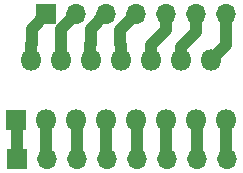
<source format=gbr>
%TF.GenerationSoftware,KiCad,Pcbnew,7.0.9-7.0.9~ubuntu22.04.1*%
%TF.CreationDate,2023-12-09T13:57:31-05:00*%
%TF.ProjectId,tda7377_proto,74646137-3337-4375-9f70-726f746f2e6b,rev?*%
%TF.SameCoordinates,Original*%
%TF.FileFunction,Copper,L1,Top*%
%TF.FilePolarity,Positive*%
%FSLAX46Y46*%
G04 Gerber Fmt 4.6, Leading zero omitted, Abs format (unit mm)*
G04 Created by KiCad (PCBNEW 7.0.9-7.0.9~ubuntu22.04.1) date 2023-12-09 13:57:31*
%MOMM*%
%LPD*%
G01*
G04 APERTURE LIST*
%TA.AperFunction,ComponentPad*%
%ADD10R,1.800000X1.800000*%
%TD*%
%TA.AperFunction,ComponentPad*%
%ADD11O,1.800000X1.800000*%
%TD*%
%TA.AperFunction,ComponentPad*%
%ADD12R,1.700000X1.700000*%
%TD*%
%TA.AperFunction,ComponentPad*%
%ADD13O,1.700000X1.700000*%
%TD*%
%TA.AperFunction,Conductor*%
%ADD14C,1.000000*%
%TD*%
G04 APERTURE END LIST*
D10*
%TO.P,U1,1,OUT_1*%
%TO.N,Net-(J2-Pin_1)*%
X141970000Y-94250000D03*
D11*
%TO.P,U1,2,OUT_2*%
%TO.N,Net-(J1-Pin_1)*%
X143240000Y-89170000D03*
%TO.P,U1,3,VCC*%
%TO.N,Net-(J2-Pin_2)*%
X144510000Y-94250000D03*
%TO.P,U1,4,INPUT_1*%
%TO.N,Net-(J1-Pin_2)*%
X145780000Y-89170000D03*
%TO.P,U1,5,INPUT_2*%
%TO.N,Net-(J2-Pin_3)*%
X147050000Y-94250000D03*
%TO.P,U1,6,SVR*%
%TO.N,Net-(J1-Pin_3)*%
X148320000Y-89170000D03*
%TO.P,U1,7,STAND-BY*%
%TO.N,Net-(J2-Pin_4)*%
X149590000Y-94250000D03*
%TO.P,U1,8,GND*%
%TO.N,Net-(J1-Pin_4)*%
X150860000Y-89170000D03*
%TO.P,U1,9,S-GND*%
%TO.N,Net-(J2-Pin_5)*%
X152130000Y-94250000D03*
%TO.P,U1,10,DIAGNOSTIC*%
%TO.N,Net-(J1-Pin_5)*%
X153400000Y-89170000D03*
%TO.P,U1,11,INPUT_4*%
%TO.N,Net-(J2-Pin_6)*%
X154670000Y-94250000D03*
%TO.P,U1,12,INPUT_3*%
%TO.N,Net-(J1-Pin_6)*%
X155940000Y-89170000D03*
%TO.P,U1,13,VCC*%
%TO.N,Net-(J2-Pin_7)*%
X157210000Y-94250000D03*
%TO.P,U1,14,OUT_4*%
%TO.N,Net-(J1-Pin_7)*%
X158480000Y-89170000D03*
%TO.P,U1,15,OUT_3*%
%TO.N,Net-(J2-Pin_8)*%
X159750000Y-94250000D03*
%TD*%
D12*
%TO.P,J2,1,Pin_1*%
%TO.N,Net-(J2-Pin_1)*%
X142000000Y-97500000D03*
D13*
%TO.P,J2,2,Pin_2*%
%TO.N,Net-(J2-Pin_2)*%
X144540000Y-97500000D03*
%TO.P,J2,3,Pin_3*%
%TO.N,Net-(J2-Pin_3)*%
X147080000Y-97500000D03*
%TO.P,J2,4,Pin_4*%
%TO.N,Net-(J2-Pin_4)*%
X149620000Y-97500000D03*
%TO.P,J2,5,Pin_5*%
%TO.N,Net-(J2-Pin_5)*%
X152160000Y-97500000D03*
%TO.P,J2,6,Pin_6*%
%TO.N,Net-(J2-Pin_6)*%
X154700000Y-97500000D03*
%TO.P,J2,7,Pin_7*%
%TO.N,Net-(J2-Pin_7)*%
X157240000Y-97500000D03*
%TO.P,J2,8,Pin_8*%
%TO.N,Net-(J2-Pin_8)*%
X159780000Y-97500000D03*
%TD*%
D12*
%TO.P,J1,1,Pin_1*%
%TO.N,Net-(J1-Pin_1)*%
X144500000Y-85250000D03*
D13*
%TO.P,J1,2,Pin_2*%
%TO.N,Net-(J1-Pin_2)*%
X147040000Y-85250000D03*
%TO.P,J1,3,Pin_3*%
%TO.N,Net-(J1-Pin_3)*%
X149580000Y-85250000D03*
%TO.P,J1,4,Pin_4*%
%TO.N,Net-(J1-Pin_4)*%
X152120000Y-85250000D03*
%TO.P,J1,5,Pin_5*%
%TO.N,Net-(J1-Pin_5)*%
X154660000Y-85250000D03*
%TO.P,J1,6,Pin_6*%
%TO.N,Net-(J1-Pin_6)*%
X157200000Y-85250000D03*
%TO.P,J1,7,Pin_7*%
%TO.N,Net-(J1-Pin_7)*%
X159740000Y-85250000D03*
%TD*%
D14*
%TO.N,Net-(J2-Pin_1)*%
X142000000Y-97500000D02*
X142000000Y-94280000D01*
X142000000Y-94280000D02*
X141970000Y-94250000D01*
%TO.N,Net-(J2-Pin_2)*%
X144510000Y-94250000D02*
X144510000Y-97470000D01*
X144510000Y-97470000D02*
X144540000Y-97500000D01*
%TO.N,Net-(J2-Pin_3)*%
X147080000Y-97500000D02*
X147080000Y-94280000D01*
X147080000Y-94280000D02*
X147050000Y-94250000D01*
%TO.N,Net-(J2-Pin_4)*%
X149590000Y-94250000D02*
X149590000Y-97470000D01*
X149590000Y-97470000D02*
X149620000Y-97500000D01*
%TO.N,Net-(J2-Pin_5)*%
X152160000Y-97500000D02*
X152160000Y-94280000D01*
X152160000Y-94280000D02*
X152130000Y-94250000D01*
%TO.N,Net-(J2-Pin_6)*%
X154670000Y-94250000D02*
X154670000Y-97470000D01*
X154670000Y-97470000D02*
X154700000Y-97500000D01*
%TO.N,Net-(J2-Pin_7)*%
X157240000Y-97500000D02*
X157240000Y-94280000D01*
X157240000Y-94280000D02*
X157210000Y-94250000D01*
%TO.N,Net-(J2-Pin_8)*%
X159750000Y-94250000D02*
X159750000Y-97470000D01*
X159750000Y-97470000D02*
X159780000Y-97500000D01*
%TO.N,Net-(J1-Pin_7)*%
X159750000Y-87900000D02*
X159750000Y-87000000D01*
X158480000Y-89170000D02*
X159750000Y-87900000D01*
X159750000Y-87000000D02*
X159740000Y-86990000D01*
X159740000Y-86990000D02*
X159740000Y-85250000D01*
%TO.N,Net-(J1-Pin_6)*%
X157200000Y-85250000D02*
X157200000Y-86800000D01*
X157200000Y-86800000D02*
X155940000Y-88060000D01*
X155940000Y-88060000D02*
X155940000Y-89170000D01*
%TO.N,Net-(J1-Pin_5)*%
X154660000Y-85250000D02*
X154660000Y-86590000D01*
X154660000Y-86590000D02*
X153400000Y-87850000D01*
X153400000Y-87850000D02*
X153400000Y-89170000D01*
%TO.N,Net-(J1-Pin_4)*%
X150750000Y-86620000D02*
X150750000Y-87750000D01*
X152120000Y-85250000D02*
X150750000Y-86620000D01*
X150750000Y-87750000D02*
X150860000Y-87860000D01*
X150860000Y-87860000D02*
X150860000Y-89170000D01*
%TO.N,Net-(J1-Pin_3)*%
X149500000Y-85250000D02*
X148250000Y-86500000D01*
X148240000Y-87760000D02*
X148240000Y-89170000D01*
X148250000Y-86500000D02*
X148250000Y-87750000D01*
%TO.N,Net-(J1-Pin_2)*%
X147000000Y-85250000D02*
X145750000Y-86500000D01*
X145740000Y-87760000D02*
X145740000Y-89170000D01*
X145750000Y-86500000D02*
X145750000Y-87750000D01*
%TO.N,Net-(J1-Pin_1)*%
X143250000Y-86500000D02*
X143250000Y-87750000D01*
X143250000Y-87750000D02*
X143240000Y-87760000D01*
X144500000Y-85250000D02*
X143250000Y-86500000D01*
X143240000Y-87760000D02*
X143240000Y-89170000D01*
%TD*%
M02*

</source>
